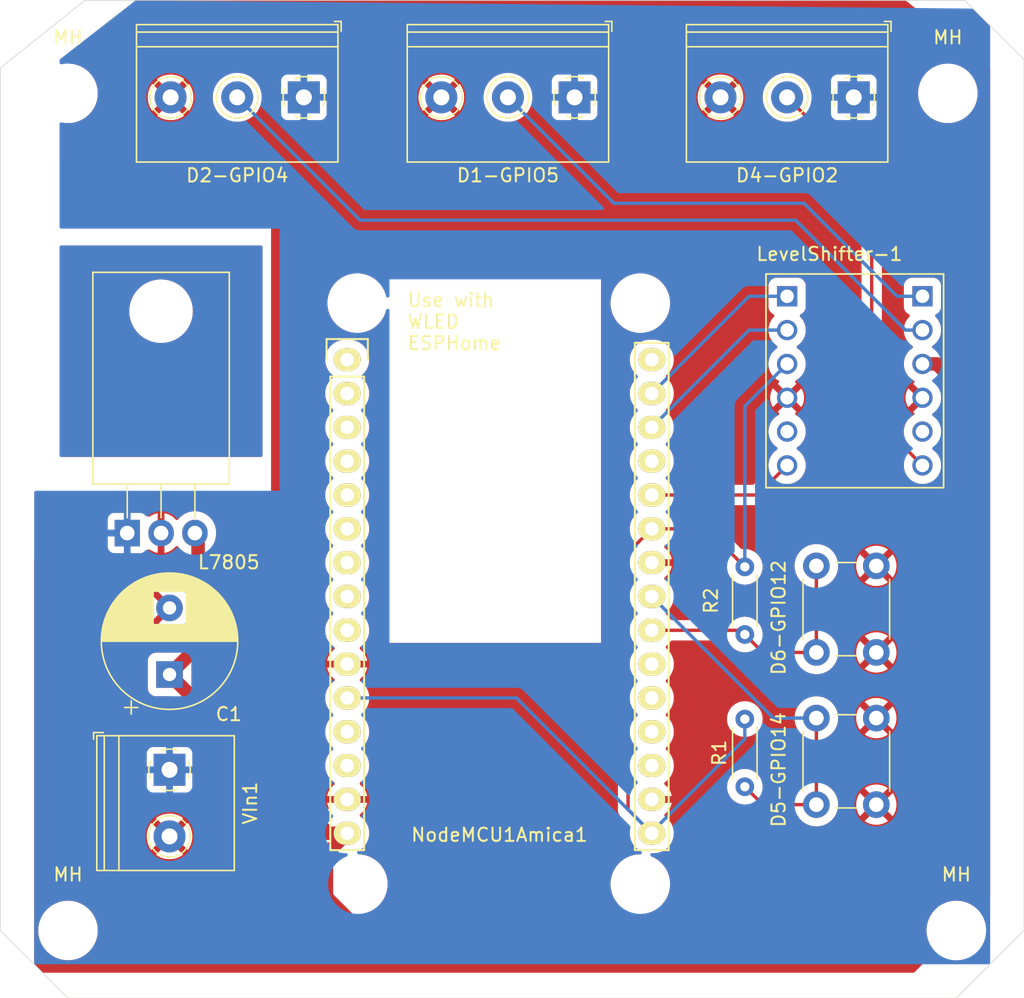
<source format=kicad_pcb>
(kicad_pcb (version 20211014) (generator pcbnew)
  (layers (0 "F.Cu" signal) (31 "B.Cu" signal) (36 "B.SilkS" user "B.Silkscreen") (37 "F.SilkS" user "F.Silkscreen") (38 "B.Mask" user) (39 "F.Mask" user) (44 "Edge.Cuts" user))
  (net 0 "")
  (net 1 "+5V")
  (net 2 "GND")
  (net 3 "Net-(D1-GPIO5-Pad2)")
  (net 4 "Net-(D4-GPIO2-Pad2)")
  (net 5 "Net-(LevelShifter-1-PadLV1)")
  (net 6 "Net-(LevelShifter-1-PadLV2)")
  (net 7 "+3V3")
  (net 8 "Net-(LevelShifter-1-PadLV4)")
  (net 9 "Net-(D2-GPIO4-Pad2)")
  (net 10 "+12V")
  (net 11 "Net-(D5-GPIO14-Pad1)")
  (net 12 "Net-(D6-GPIO12-Pad1)")
  (footprint "Resistor_THT:R_Axial_DIN0204_L3.6mm_D1.6mm_P5.08mm_Horizontal" (layer "F.Cu") (at 142.24 84.455 -90)
    (fp_text reference "R2" (at 2.54 2.54 90) (layer "F.SilkS"))
    (fp_text value "R")
    (fp_line (start 0.62 -0.92) (end 4.46 -0.92) (layer "F.SilkS") (width 0.12))
    (fp_line (start 0.62 0.92) (end 4.46 0.92) (layer "F.SilkS") (width 0.12))
    (pad "1" thru_hole circle locked (at 0 0 270) (size 1.4 1.4) (drill 0.7) (layers *.Cu *.Mask) (net 7 "+3V3"))
    (pad "2" thru_hole oval locked (at 5.08 0 270) (size 1.4 1.4) (drill 0.7) (layers *.Cu *.Mask) (net 12 "Net-(D6-GPIO12-Pad1)"))
  )
  (footprint "MountingHole:MountingHole_3.2mm_M3" (layer "F.Cu") (at 157.48 48.895)
    (fp_text reference "MH" (at 0 -4.2) (layer "F.SilkS"))
    (fp_text value "MountingHole_3.2mm_M3")
    (pad "" np_thru_hole circle locked (at 0 0) (size 3.2 3.2) (drill 3.2) (layers *.Cu *.Mask))
  )
  (footprint "Button_Switch_THT:SW_PUSH_6mm_H4.3mm" (layer "F.Cu") (at 147.61 90.88 90)
    (fp_text reference "D6-GPIO12" (at 2.615 -2.83 90) (layer "F.SilkS"))
    (fp_text value "SW_Push")
    (fp_line (start 1 5.5) (end 5.5 5.5) (layer "F.SilkS") (width 0.12))
    (fp_line (start 6.75 3) (end 6.75 1.5) (layer "F.SilkS") (width 0.12))
    (fp_line (start 5.5 -1) (end 1 -1) (layer "F.SilkS") (width 0.12))
    (fp_line (start -0.25 1.5) (end -0.25 3) (layer "F.SilkS") (width 0.12))
    (pad "1" thru_hole circle locked (at 0 0 180) (size 2 2) (drill 1.1) (layers *.Cu *.Mask) (net 12 "Net-(D6-GPIO12-Pad1)"))
    (pad "1" thru_hole circle locked (at 6.5 0 180) (size 2 2) (drill 1.1) (layers *.Cu *.Mask) (net 12 "Net-(D6-GPIO12-Pad1)"))
    (pad "2" thru_hole circle locked (at 0 4.5 180) (size 2 2) (drill 1.1) (layers *.Cu *.Mask) (net 2 "GND"))
    (pad "2" thru_hole circle locked (at 6.5 4.5 180) (size 2 2) (drill 1.1) (layers *.Cu *.Mask) (net 2 "GND"))
  )
  (footprint "MountingHole:MountingHole_3.2mm_M3" (layer "F.Cu") (at 91.44 111.76)
    (fp_text reference "MH" (at 0 -4.2) (layer "F.SilkS"))
    (fp_text value "MountingHole_3.2mm_M3")
    (pad "" np_thru_hole circle locked (at 0 0) (size 3.2 3.2) (drill 3.2) (layers *.Cu *.Mask))
  )
  (footprint "Resistor_THT:R_Axial_DIN0204_L3.6mm_D1.6mm_P5.08mm_Horizontal" (layer "F.Cu") (at 142.24 100.965 90)
    (fp_text reference "R1" (at 2.54 -1.92 90) (layer "F.SilkS"))
    (fp_text value "R")
    (fp_line (start 0.62 -0.92) (end 4.46 -0.92) (layer "F.SilkS") (width 0.12))
    (fp_line (start 0.62 0.92) (end 4.46 0.92) (layer "F.SilkS") (width 0.12))
    (pad "1" thru_hole circle locked (at 0 0 90) (size 1.4 1.4) (drill 0.7) (layers *.Cu *.Mask) (net 11 "Net-(D5-GPIO14-Pad1)"))
    (pad "2" thru_hole oval locked (at 5.08 0 90) (size 1.4 1.4) (drill 0.7) (layers *.Cu *.Mask) (net 7 "+3V3"))
  )
  (footprint "Package_TO_SOT_THT:TO-220-3_Horizontal_TabDown" (layer "F.Cu") (at 95.885 81.915)
    (fp_text reference "L7805" (at 7.62 2.2) (layer "F.SilkS"))
    (fp_text value "L7805")
    (fp_line (start 2.54 -3.69) (end 2.54 -1.15) (layer "F.SilkS") (width 0.12))
    (fp_line (start -2.58 -19.58) (end 7.66 -19.58) (layer "F.SilkS") (width 0.12))
    (fp_line (start 0 -3.69) (end 0 -1.15) (layer "F.SilkS") (width 0.12))
    (fp_line (start 7.66 -19.58) (end 7.66 -3.69) (layer "F.SilkS") (width 0.12))
    (fp_line (start -2.58 -19.58) (end -2.58 -3.69) (layer "F.SilkS") (width 0.12))
    (fp_line (start -2.58 -3.69) (end 7.66 -3.69) (layer "F.SilkS") (width 0.12))
    (fp_line (start 5.08 -3.69) (end 5.08 -1.15) (layer "F.SilkS") (width 0.12))
    (pad "" np_thru_hole oval locked (at 2.54 -16.66) (size 3.5 3.5) (drill 3.5) (layers *.Cu *.Mask))
    (pad "1" thru_hole rect locked (at 0 0) (size 1.905 2) (drill 1.1) (layers *.Cu *.Mask) (net 10 "+12V"))
    (pad "2" thru_hole oval locked (at 2.54 0) (size 1.905 2) (drill 1.1) (layers *.Cu *.Mask) (net 2 "GND"))
    (pad "3" thru_hole oval locked (at 5.08 0) (size 1.905 2) (drill 1.1) (layers *.Cu *.Mask) (net 1 "+5V"))
  )
  (footprint "TerminalBlock_Philmore:TerminalBlock_Philmore_TB133_1x03_P5.00mm_Horizontal" (layer "F.Cu") (at 150.415 49.195 180)
    (fp_text reference "D4-GPIO2" (at 5 -5.86) (layer "F.SilkS"))
    (fp_text value "Screw_Terminal_01x03")
    (fp_line (start 12.56 -4.86) (end 12.56 5.46) (layer "F.SilkS") (width 0.12))
    (fp_line (start -2.56 -4.86) (end 12.56 -4.86) (layer "F.SilkS") (width 0.12))
    (fp_line (start -2.8 5.7) (end -2.3 5.7) (layer "F.SilkS") (width 0.12))
    (fp_line (start -2.56 4.9) (end 12.56 4.9) (layer "F.SilkS") (width 0.12))
    (fp_line (start -2.56 3.8) (end 12.56 3.8) (layer "F.SilkS") (width 0.12))
    (fp_line (start -2.56 -4.86) (end -2.56 5.46) (layer "F.SilkS") (width 0.12))
    (fp_line (start -2.56 5.46) (end 12.56 5.46) (layer "F.SilkS") (width 0.12))
    (fp_line (start -2.8 4.96) (end -2.8 5.7) (layer "F.SilkS") (width 0.12))
    (fp_arc (start 1.432109 -0.607742) (mid 1.555727 0.00014) (end 1.432 0.608) (layer "F.SilkS") (width 0.12))
    (fp_arc (start -1.432109 0.607742) (mid -1.555727 -0.00014) (end -1.432 -0.608) (layer "F.SilkS") (width 0.12))
    (fp_arc (start 0.607587 1.431385) (mid 0.310017 1.523783) (end 0 1.555) (layer "F.SilkS") (width 0.12))
    (fp_arc (start 0.027011 1.555493) (mid -0.296984 1.527118) (end -0.608 1.432) (layer "F.SilkS") (width 0.12))
    (fp_arc (start -0.607742 -1.432109) (mid 0.00014 -1.555727) (end 0.608 -1.432) (layer "F.SilkS") (width 0.12))
    (fp_circle (center 5 0) (end 6.555 0) (layer "F.SilkS") (width 0.12) (fill none))
    (fp_circle (center 10 0) (end 11.555 0) (layer "F.SilkS") (width 0.12) (fill none))
    (pad "1" thru_hole rect locked (at 0 0 180) (size 2.4 2.4) (drill 1.2) (layers *.Cu *.Mask) (net 10 "+12V"))
    (pad "2" thru_hole circle locked (at 5 0 180) (size 2.4 2.4) (drill 1.2) (layers *.Cu *.Mask) (net 4 "Net-(D4-GPIO2-Pad2)"))
    (pad "3" thru_hole circle locked (at 10 0 180) (size 2.4 2.4) (drill 1.2) (layers *.Cu *.Mask) (net 2 "GND"))
  )
  (footprint "MountingHole:MountingHole_3.2mm_M3" (layer "F.Cu") (at 91.44 48.895)
    (fp_text reference "MH" (at 0 -4.2) (layer "F.SilkS"))
    (fp_text value "MountingHole_3.2mm_M3")
    (pad "" np_thru_hole circle locked (at 0 0) (size 3.2 3.2) (drill 3.2) (layers *.Cu *.Mask))
  )
  (footprint "nodemcu:NodeMCU_Amica_R2" (layer "F.Cu") (at 112.395 68.8975)
    (fp_text reference "NodeMCU1Amica1" (at 11.43 35.68) (layer "F.SilkS"))
    (fp_text value "NodeMCU_Amica_R2")
    (fp_line (start 24.13 -1.27) (end 21.59 -1.27) (layer "F.SilkS") (width 0.15))
    (fp_line (start -1.27 36.83) (end 1.27 36.83) (layer "F.SilkS") (width 0.15))
    (fp_line (start 21.59 36.83) (end 24.13 36.83) (layer "F.SilkS") (width 0.15))
    (fp_line (start 1.27 1.27) (end -1.27 1.27) (layer "F.SilkS") (width 0.15))
    (fp_line (start 21.59 -1.27) (end 21.59 36.83) (layer "F.SilkS") (width 0.15))
    (fp_line (start -1.27 1.27) (end -1.27 36.83) (layer "F.SilkS") (width 0.15))
    (fp_line (start -1.55 0) (end -1.55 -1.55) (layer "F.SilkS") (width 0.15))
    (fp_line (start 24.13 36.83) (end 24.13 -1.27) (layer "F.SilkS") (width 0.15))
    (fp_line (start 1.55 -1.55) (end 1.55 0) (layer "F.SilkS") (width 0.15))
    (fp_line (start 1.27 36.83) (end 1.27 1.27) (layer "F.SilkS") (width 0.15))
    (fp_line (start -1.55 -1.55) (end 1.55 -1.55) (layer "F.SilkS") (width 0.15))
    (pad "" np_thru_hole circle locked (at 22 39.38) (size 3.2 3.2) (drill 3.2) (layers *.Cu *.Mask))
    (pad "" np_thru_hole circle locked (at 22 -4.25) (size 3.2 3.2) (drill 3.2) (layers *.Cu *.Mask))
    (pad "" np_thru_hole circle locked (at 0.8 39.38) (size 3.2 3.2) (drill 3.2) (layers *.Cu *.Mask))
    (pad "" np_thru_hole circle locked (at 0.75 -4.25) (size 3.2 3.2) (drill 3.2) (layers *.Cu *.Mask))
    (pad "1" thru_hole oval locked (at 0 0) (size 2.032 1.7272) (drill 1.016) (layers *.Cu *.Mask "F.SilkS"))
    (pad "2" thru_hole oval locked (at 0 2.54) (size 2.032 1.7272) (drill 1.016) (layers *.Cu *.Mask "F.SilkS"))
    (pad "3" thru_hole oval locked (at 0 5.08) (size 2.032 1.7272) (drill 1.016) (layers *.Cu *.Mask "F.SilkS"))
    (pad "4" thru_hole oval locked (at 0 7.62) (size 2.032 1.7272) (drill 1.016) (layers *.Cu *.Mask "F.SilkS"))
    (pad "5" thru_hole oval locked (at 0 10.16) (size 2.032 1.7272) (drill 1.016) (layers *.Cu *.Mask "F.SilkS"))
    (pad "6" thru_hole oval locked (at 0 12.7) (size 2.032 1.7272) (drill 1.016) (layers *.Cu *.Mask "F.SilkS"))
    (pad "7" thru_hole oval locked (at 0 15.24) (size 2.032 1.7272) (drill 1.016) (layers *.Cu *.Mask "F.SilkS"))
    (pad "8" thru_hole oval locked (at 0 17.78) (size 2.032 1.7272) (drill 1.016) (layers *.Cu *.Mask "F.SilkS"))
    (pad "9" thru_hole oval locked (at 0 20.32) (size 2.032 1.7272) (drill 1.016) (layers *.Cu *.Mask "F.SilkS"))
    (pad "10" thru_hole oval locked (at 0 22.86) (size 2.032 1.7272) (drill 1.016) (layers *.Cu *.Mask "F.SilkS") (net 2 "GND"))
    (pad "11" thru_hole oval locked (at 0 25.4) (size 2.032 1.7272) (drill 1.016) (layers *.Cu *.Mask "F.SilkS") (net 7 "+3V3"))
    (pad "12" thru_hole oval locked (at 0 27.94) (size 2.032 1.7272) (drill 1.016) (layers *.Cu *.Mask "F.SilkS"))
    (pad "13" thru_hole oval locked (at 0 30.48) (size 2.032 1.7272) (drill 1.016) (layers *.Cu *.Mask "F.SilkS"))
    (pad "14" thru_hole oval locked (at 0 33.02) (size 2.032 1.7272) (drill 1.016) (layers *.Cu *.Mask "F.SilkS") (net 2 "GND"))
    (pad "15" thru_hole oval locked (at 0 35.56) (size 2.032 1.7272) (drill 1.016) (layers *.Cu *.Mask "F.SilkS") (net 1 "+5V"))
    (pad "16" thru_hole oval locked (at 22.86 35.56) (size 2.032 1.7272) (drill 1.016) (layers *.Cu *.Mask "F.SilkS") (net 7 "+3V3"))
    (pad "17" thru_hole oval locked (at 22.86 33.02) (size 2.032 1.7272) (drill 1.016) (layers *.Cu *.Mask "F.SilkS") (net 2 "GND"))
    (pad "18" thru_hole oval locked (at 22.86 30.48) (size 2.032 1.7272) (drill 1.016) (layers *.Cu *.Mask "F.SilkS"))
    (pad "19" thru_hole oval locked (at 22.86 27.94) (size 2.032 1.7272) (drill 1.016) (layers *.Cu *.Mask "F.SilkS"))
    (pad "20" thru_hole oval locked (at 22.86 25.4) (size 2.032 1.7272) (drill 1.016) (layers *.Cu *.Mask "F.SilkS"))
    (pad "21" thru_hole oval locked (at 22.86 22.86) (size 2.032 1.7272) (drill 1.016) (layers *.Cu *.Mask "F.SilkS"))
    (pad "22" thru_hole oval locked (at 22.86 20.32) (size 2.032 1.7272) (drill 1.016) (layers *.Cu *.Mask "F.SilkS") (net 12 "Net-(D6-GPIO12-Pad1)"))
    (pad "23" thru_hole oval locked (at 22.86 17.78) (size 2.032 1.7272) (drill 1.016) (layers *.Cu *.Mask "F.SilkS") (net 11 "Net-(D5-GPIO14-Pad1)"))
    (pad "24" thru_hole oval locked (at 22.86 15.24) (size 2.032 1.7272) (drill 1.016) (layers *.Cu *.Mask "F.SilkS") (net 2 "GND"))
    (pad "25" thru_hole oval locked (at 22.86 12.7) (size 2.032 1.7272) (drill 1.016) (layers *.Cu *.Mask "F.SilkS") (net 7 "+3V3"))
    (pad "26" thru_hole oval locked (at 22.86 10.16) (size 2.032 1.7272) (drill 1.016) (layers *.Cu *.Mask "F.SilkS") (net 8 "Net-(LevelShifter-1-PadLV4)"))
    (pad "27" thru_hole oval locked (at 22.86 7.62) (size 2.032 1.7272) (drill 1.016) (layers *.Cu *.Mask "F.SilkS"))
    (pad "28" thru_hole oval locked (at 22.86 5.08) (size 2.032 1.7272) (drill 1.016) (layers *.Cu *.Mask "F.SilkS") (net 6 "Net-(LevelShifter-1-PadLV2)"))
    (pad "29" thru_hole oval locked (at 22.86 2.54) (size 2.032 1.7272) (drill 1.016) (layers *.Cu *.Mask "F.SilkS") (net 5 "Net-(LevelShifter-1-PadLV1)"))
    (pad "30" thru_hole oval locked (at 22.86 0) (size 2.032 1.7272) (drill 1.016) (layers *.Cu *.Mask "F.SilkS"))
  )
  (footprint "Button_Switch_THT:SW_PUSH_6mm_H4.3mm" (layer "F.Cu") (at 147.61 102.31 90)
    (fp_text reference "D5-GPIO14" (at 2.615 -2.83 90) (layer "F.SilkS"))
    (fp_text value "SW_Push")
    (fp_line (start 5.5 -1) (end 1 -1) (layer "F.SilkS") (width 0.12))
    (fp_line (start -0.25 1.5) (end -0.25 3) (layer "F.SilkS") (width 0.12))
    (fp_line (start 1 5.5) (end 5.5 5.5) (layer "F.SilkS") (width 0.12))
    (fp_line (start 6.75 3) (end 6.75 1.5) (layer "F.SilkS") (width 0.12))
    (pad "1" thru_hole circle locked (at 0 0 180) (size 2 2) (drill 1.1) (layers *.Cu *.Mask) (net 11 "Net-(D5-GPIO14-Pad1)"))
    (pad "1" thru_hole circle locked (at 6.5 0 180) (size 2 2) (drill 1.1) (layers *.Cu *.Mask) (net 11 "Net-(D5-GPIO14-Pad1)"))
    (pad "2" thru_hole circle locked (at 6.5 4.5 180) (size 2 2) (drill 1.1) (layers *.Cu *.Mask) (net 2 "GND"))
    (pad "2" thru_hole circle locked (at 0 4.5 180) (size 2 2) (drill 1.1) (layers *.Cu *.Mask) (net 2 "GND"))
  )
  (footprint "level:CONV_BOB-12009" (layer "F.Cu") (at 150.495 70.485)
    (fp_text reference "LevelShifter-1" (at -1.905 -9.525) (layer "F.SilkS"))
    (fp_text value "BOB-12009")
    (fp_line (start -6.665 8.025) (end -6.665 -8.025) (layer "F.SilkS") (width 0.127))
    (fp_line (start -6.665 -8.025) (end 6.665 -8.025) (layer "F.SilkS") (width 0.127))
    (fp_line (start 6.665 -8.025) (end 6.665 8.025) (layer "F.SilkS") (width 0.127))
    (fp_line (start 6.665 8.025) (end -6.665 8.025) (layer "F.SilkS") (width 0.127))
    (pad "GND_1" thru_hole circle locked (at 5.08 1.27) (size 1.524 1.524) (drill 1.016) (layers *.Cu *.Mask) (net 2 "GND"))
    (pad "GND_2" thru_hole circle locked (at -5.08 1.27) (size 1.524 1.524) (drill 1.016) (layers *.Cu *.Mask) (net 2 "GND"))
    (pad "HV" thru_hole circle locked (at 5.08 -1.27) (size 1.524 1.524) (drill 1.016) (layers *.Cu *.Mask) (net 1 "+5V"))
    (pad "HV1" thru_hole rect locked (at 5.08 -6.35) (size 1.524 1.524) (drill 1.016) (layers *.Cu *.Mask) (net 3 "Net-(D1-GPIO5-Pad2)"))
    (pad "HV2" thru_hole circle locked (at 5.08 -3.81) (size 1.524 1.524) (drill 1.016) (layers *.Cu *.Mask) (net 9 "Net-(D2-GPIO4-Pad2)"))
    (pad "HV3" thru_hole circle locked (at 5.08 3.81) (size 1.524 1.524) (drill 1.016) (layers *.Cu *.Mask))
    (pad "HV4" thru_hole circle locked (at 5.08 6.35) (size 1.524 1.524) (drill 1.016) (layers *.Cu *.Mask) (net 4 "Net-(D4-GPIO2-Pad2)"))
    (pad "LV" thru_hole circle locked (at -5.08 -1.27) (size 1.524 1.524) (drill 1.016) (layers *.Cu *.Mask) (net 7 "+3V3"))
    (pad "LV1" thru_hole rect locked (at -5.08 -6.35) (size 1.524 1.524) (drill 1.016) (layers *.Cu *.Mask) (net 5 "Net-(LevelShifter-1-PadLV1)"))
    (pad "LV2" thru_hole circle locked (at -5.08 -3.81) (size 1.524 1.524) (drill 1.016) (layers *.Cu *.Mask) (net 6 "Net-(LevelShifter-1-PadLV2)"))
    (pad "LV3" thru_hole circle locked (at -5.08 3.81) (size 1.524 1.524) (drill 1.016) (layers *.Cu *.Mask))
    (pad "LV4" thru_hole circle locked (at -5.08 6.35) (size 1.524 1.524) (drill 1.016) (layers *.Cu *.Mask) (net 8 "Net-(LevelShifter-1-PadLV4)"))
  )
  (footprint "Capacitor_THT:CP_Radial_D10.0mm_P5.00mm" (layer "F.Cu") (at 99.06 92.537677 90)
    (fp_text reference "C1" (at -2.979646 4.445) (layer "F.SilkS"))
    (fp_text value "C")
    (fp_line (start 3.621 -4.956) (end 3.621 4.956) (layer "F.SilkS") (width 0.12))
    (fp_line (start 4.261 1.241) (end 4.261 4.768) (layer "F.SilkS") (width 0.12))
    (fp_line (start 7.221 -1.944) (end 7.221 1.944) (layer "F.SilkS") (width 0.12))
    (fp_line (start 2.9 -5.065) (end 2.9 5.065) (layer "F.SilkS") (width 0.12))
    (fp_line (start 5.021 1.241) (end 5.021 4.417) (layer "F.SilkS") (width 0.12))
    (fp_line (start 7.581 -0.599) (end 7.581 0.599) (layer "F.SilkS") (width 0.12))
    (fp_line (start 6.581 -3.054) (end 6.581 3.054) (layer "F.SilkS") (width 0.12))
    (fp_line (start 4.741 -4.564) (end 4.741 -1.241) (layer "F.SilkS") (width 0.12))
    (fp_line (start 5.101 -4.371) (end 5.101 -1.241) (layer "F.SilkS") (width 0.12))
    (fp_line (start 5.781 1.241) (end 5.781 3.892) (layer "F.SilkS") (width 0.12))
    (fp_line (start 4.941 1.241) (end 4.941 4.462) (layer "F.SilkS") (width 0.12))
    (fp_line (start 5.381 -4.194) (end 5.381 -1.241) (layer "F.SilkS") (width 0.12))
    (fp_line (start 7.541 -0.862) (end 7.541 0.862) (layer "F.SilkS") (width 0.12))
    (fp_line (start 4.181 1.241) (end 4.181 4.797) (layer "F.SilkS") (width 0.12))
    (fp_line (start 4.901 -4.483) (end 4.901 -1.241) (layer "F.SilkS") (width 0.12))
    (fp_line (start 5.421 -4.166) (end 5.421 -1.241) (layer "F.SilkS") (width 0.12))
    (fp_line (start 5.941 1.241) (end 5.941 3.753) (layer "F.SilkS") (width 0.12))
    (fp_line (start 5.821 -3.858) (end 5.821 -1.241) (layer "F.SilkS") (width 0.12))
    (fp_line (start 5.781 -3.892) (end 5.781 -1.241) (layer "F.SilkS") (width 0.12))
    (fp_line (start 6.421 -3.254) (end 6.421 3.254) (layer "F.SilkS") (width 0.12))
    (fp_line (start 4.621 1.241) (end 4.621 4.621) (layer "F.SilkS") (width 0.12))
    (fp_line (start 4.381 -4.723) (end 4.381 -1.241) (layer "F.SilkS") (width 0.12))
    (fp_line (start 6.101 1.241) (end 6.101 3.601) (layer "F.SilkS") (width 0.12))
    (fp_line (start 3.261 -5.024) (end 3.261 5.024) (layer "F.SilkS") (width 0.12))
    (fp_line (start 4.621 -4.621) (end 4.621 -1.241) (layer "F.SilkS") (width 0.12))
    (fp_line (start 4.661 1.241) (end 4.661 4.603) (layer "F.SilkS") (width 0.12))
    (fp_line (start 2.82 -5.07) (end 2.82 5.07) (layer "F.SilkS") (width 0.12))
    (fp_line (start 7.101 -2.209) (end 7.101 2.209) (layer "F.SilkS") (width 0.12))
    (fp_line (start 6.461 -3.206) (end 6.461 3.206) (layer "F.SilkS") (width 0.12))
    (fp_line (start 7.181 -2.037) (end 7.181 2.037) (layer "F.SilkS") (width 0.12))
    (fp_line (start 4.101 -4.824) (end 4.101 -1.241) (layer "F.SilkS") (width 0.12))
    (fp_line (start 6.861 -2.645) (end 6.861 2.645) (layer "F.SilkS") (width 0.12))
    (fp_line (start 4.461 -4.69) (end 4.461 -1.241) (layer "F.SilkS") (width 0.12))
    (fp_line (start 5.261 -4.273) (end 5.261 -1.241) (layer "F.SilkS") (width 0.12))
    (fp_line (start 6.981 -2.439) (end 6.981 2.439) (layer "F.SilkS") (width 0.12))
    (fp_line (start 4.421 -4.707) (end 4.421 -1.241) (layer "F.SilkS") (width 0.12))
    (fp_line (start 6.621 -3) (end 6.621 3) (layer "F.SilkS") (width 0.12))
    (fp_line (start 4.101 1.241) (end 4.101 4.824) (layer "F.SilkS") (width 0.12))
    (fp_line (start 2.78 -5.073) (end 2.78 5.073) (layer "F.SilkS") (width 0.12))
    (fp_line (start 6.061 -3.64) (end 6.061 -1.241) (layer "F.SilkS") (width 0.12))
    (fp_line (start 3.221 -5.03) (end 3.221 5.03) (layer "F.SilkS") (width 0.12))
    (fp_line (start 4.981 1.241) (end 4.981 4.44) (layer "F.SilkS") (width 0.12))
    (fp_line (start 4.221 1.241) (end 4.221 4.783) (layer "F.SilkS") (width 0.12))
    (fp_line (start 3.901 1.241) (end 3.901 4.885) (layer "F.SilkS") (width 0.12))
    (fp_line (start 4.901 1.241) (end 4.901 4.483) (layer "F.SilkS") (width 0.12))
    (fp_line (start 3.941 -4.874) (end 3.941 -1.241) (layer "F.SilkS") (width 0.12))
    (fp_line (start 3.741 -4.928) (end 3.741 4.928) (layer "F.SilkS") (width 0.12))
    (fp_line (start 5.181 1.241) (end 5.181 4.323) (layer "F.SilkS") (width 0.12))
    (fp_line (start 5.181 -4.323) (end 5.181 -1.241) (layer "F.SilkS") (width 0.12))
    (fp_line (start 5.741 1.241) (end 5.741 3.925) (layer "F.SilkS") (width 0.12))
    (fp_line (start 6.941 -2.51) (end 6.941 2.51) (layer "F.SilkS") (width 0.12))
    (fp_line (start 7.501 -1.062) (end 7.501 1.062) (layer "F.SilkS") (width 0.12))
    (fp_line (start 4.501 -4.674) (end 4.501 -1.241) (layer "F.SilkS") (width 0.12))
    (fp_line (start 6.021 1.241) (end 6.021 3.679) (layer "F.SilkS") (width 0.12))
    (fp_line (start 5.141 -4.347) (end 5.141 -1.241) (layer "F.SilkS") (width 0.12))
    (fp_line (start 3.981 -4.862) (end 3.981 -1.241) (layer "F.SilkS") (width 0.12))
    (fp_line (start 4.381 1.241) (end 4.381 4.723) (layer "F.SilkS") (width 0.12))
    (fp_line (start 5.861 -3.824) (end 5.861 -1.241) (layer "F.SilkS") (width 0.12))
    (fp_line (start 4.541 1.241) (end 4.541 4.657) (layer "F.SilkS") (width 0.12))
    (fp_line (start 5.581 -4.05) (end 5.581 -1.241) (layer "F.SilkS") (width 0.12))
    (fp_line (start 5.421 1.241) (end 5.421 4.166) (layer "F.SilkS") (width 0.12))
    (fp_line (start 6.901 -2.579) (end 6.901 2.579) (layer "F.SilkS") (width 0.12))
    (fp_line (start 7.381 -1.51) (end 7.381 1.51) (layer "F.SilkS") (width 0.12))
    (fp_line (start 3.901 -4.885) (end 3.901 -1.241) (layer "F.SilkS") (width 0.12))
    (fp_line (start -2.979646 -2.875) (end -1.979646 -2.875) (layer "F.SilkS") (width 0.12))
    (fp_line (start 6.061 1.241) (end 6.061 3.64) (layer "F.SilkS") (width 0.12))
    (fp_line (start 3.781 -4.918) (end 3.781 -1.241) (layer "F.SilkS") (width 0.12))
    (fp_line (start 4.741 1.241) (end 4.741 4.564) (layer "F.SilkS") (width 0.12))
    (fp_line (start 5.221 -4.298) (end 5.221 -1.241) (layer "F.SilkS") (width 0.12))
    (fp_line (start 2.66 -5.078) (end 2.66 5.078) (layer "F.SilkS") (width 0.12))
    (fp_line (start 3.14 -5.04) (end 3.14 5.04) (layer "F.SilkS") (width 0.12))
    (fp_line (start 5.901 1.241) (end 5.901 3.789) (layer "F.SilkS") (width 0.12))
    (fp_line (start 6.501 -3.156) (end 6.501 3.156) (layer "F.SilkS") (width 0.12))
    (fp_line (start 4.941 -4.462) (end 4.941 -1.241) (layer "F.SilkS") (width 0.12))
    (fp_line (start 5.061 1.241) (end 5.061 4.395) (layer "F.SilkS") (width 0.12))
    (fp_line (start 4.581 -4.639) (end 4.581 -1.241) (layer "F.SilkS") (width 0.12))
    (fp_line (start 5.341 -4.221) (end 5.341 -1.241) (layer "F.SilkS") (width 0.12))
    (fp_line (start 5.981 1.241) (end 5.981 3.716) (layer "F.SilkS") (width 0.12))
    (fp_line (start 3.981 1.241) (end 3.981 4.862) (layer "F.SilkS") (width 0.12))
    (fp_line (start 4.541 -4.657) (end 4.541 -1.241) (layer "F.SilkS") (width 0.12))
    (fp_line (start 3.18 -5.035) (end 3.18 5.035) (layer "F.SilkS") (width 0.12))
    (fp_line (start 3.02 -5.054) (end 3.02 5.054) (layer "F.SilkS") (width 0.12))
    (fp_line (start 5.061 -4.395) (end 5.061 -1.241) (layer "F.SilkS") (width 0.12))
    (fp_line (start -2.479646 -3.375) (end -2.479646 -2.375) (layer "F.SilkS") (width 0.12))
    (fp_line (start 6.381 -3.301) (end 6.381 3.301) (layer "F.SilkS") (width 0.12))
    (fp_line (start 5.501 -4.11) (end 5.501 -1.241) (layer "F.SilkS") (width 0.12))
    (fp_line (start 2.54 -5.08) (end 2.54 5.08) (layer "F.SilkS") (width 0.12))
    (fp_line (start 3.541 -4.974) (end 3.541 4.974) (layer "F.SilkS") (width 0.12))
    (fp_line (start 2.74 -5.075) (end 2.74 5.075) (layer "F.SilkS") (width 0.12))
    (fp_line (start 4.141 1.241) (end 4.141 4.811) (layer "F.SilkS") (width 0.12))
    (fp_line (start 5.341 1.241) (end 5.341 4.221) (layer "F.SilkS") (width 0.12))
    (fp_line (start 6.141 1.241) (end 6.141 3.561) (layer "F.SilkS") (width 0.12))
    (fp_line (start 3.821 1.241) (end 3.821 4.907) (layer "F.SilkS") (width 0.12))
    (fp_line (start 5.861 1.241) (end 5.861 3.824) (layer "F.SilkS") (width 0.12))
    (fp_line (start 6.261 -3.436) (end 6.261 3.436) (layer "F.SilkS") (width 0.12))
    (fp_line (start 4.021 -4.85) (end 4.021 -1.241) (layer "F.SilkS") (width 0.12))
    (fp_line (start 4.461 1.241) (end 4.461 4.69) (layer "F.SilkS") (width 0.12))
    (fp_line (start 4.301 1.241) (end 4.301 4.754) (layer "F.SilkS") (width 0.12))
    (fp_line (start 4.861 -4.504) (end 4.861 -1.241) (layer "F.SilkS") (width 0.12))
    (fp_line (start 6.781 -2.77) (end 6.781 2.77) (layer "F.SilkS") (width 0.12))
    (fp_line (start 4.701 -4.584) (end 4.701 -1.241) (layer "F.SilkS") (width 0.12))
    (fp_line (start 3.701 -4.938) (end 3.701 4.938) (layer "F.SilkS") (width 0.12))
    (fp_line (start 5.021 -4.417) (end 5.021 -1.241) (layer "F.SilkS") (width 0.12))
    (fp_line (start 6.181 -3.52) (end 6.181 -1.241) (layer "F.SilkS") (width 0.12))
    (fp_line (start 6.181 1.241) (end 6.181 3.52) (layer "F.SilkS") (width 0.12))
    (fp_line (start 5.501 1.241) (end 5.501 4.11) (layer "F.SilkS") (width 0.12))
    (fp_line (start 7.021 -2.365) (end 7.021 2.365) (layer "F.SilkS") (width 0.12))
    (fp_line (start 3.301 -5.018) (end 3.301 5.018) (layer "F.SilkS") (width 0.12))
    (fp_line (start 5.381 1.241) (end 5.381 4.194) (layer "F.SilkS") (width 0.12))
    (fp_line (start 5.301 -4.247) (end 5.301 -1.241) (layer "F.SilkS") (width 0.12))
    (fp_line (start 2.98 -5.058) (end 2.98 5.058) (layer "F.SilkS") (width 0.12))
    (fp_line (start 5.461 1.241) (end 5.461 4.138) (layer "F.SilkS") (width 0.12))
    (fp_line (start 4.821 -4.525) (end 4.821 -1.241) (layer "F.SilkS") (width 0.12))
    (fp_line (start 5.541 1.241) (end 5.541 4.08) (layer "F.SilkS") (width 0.12))
    (fp_line (start 4.581 1.241) (end 4.581 4.639) (layer "F.SilkS") (width 0.12))
    (fp_line (start 4.181 -4.797) (end 4.181 -1.241) (layer "F.SilkS") (width 0.12))
    (fp_line (start 4.821 1.241) (end 4.821 4.525) (layer "F.SilkS") (width 0.12))
    (fp_line (start 3.781 1.241) (end 3.781 4.918) (layer "F.SilkS") (width 0.12))
    (fp_line (start 2.86 -5.068) (end 2.86 5.068) (layer "F.SilkS") (width 0.12))
    (fp_line (start 3.821 -4.907) (end 3.821 -1.241) (layer "F.SilkS") (width 0.12))
    (fp_line (start 7.061 -2.289) (end 7.061 2.289) (layer "F.SilkS") (width 0.12))
    (fp_line (start 2.5 -5.08) (end 2.5 5.08) (layer "F.SilkS") (width 0.12))
    (fp_line (start 5.621 1.241) (end 5.621 4.02) (layer "F.SilkS") (width 0.12))
    (fp_line (start 3.461 -4.99) (end 3.461 4.99) (layer "F.SilkS") (width 0.12))
    (fp_line (start 2.94 -5.062) (end 2.94 5.062) (layer "F.SilkS") (width 0.12))
    (fp_line (start 3.941 1.241) (end 3.941 4.874) (layer "F.SilkS") (width 0.12))
    (fp_line (start 5.581 1.241) (end 5.581 4.05) (layer "F.SilkS") (width 0.12))
    (fp_line (start 4.141 -4.811) (end 4.141 -1.241) (layer "F.SilkS") (width 0.12))
    (fp_line (start 3.581 -4.965) (end 3.581 4.965) (layer "F.SilkS") (width 0.12))
    (fp_line (start 5.261 1.241) (end 5.261 4.273) (layer "F.SilkS") (width 0.12))
    (fp_line (start 6.301 -3.392) (end 6.301 3.392) (layer "F.SilkS") (width 0.12))
    (fp_line (start 5.821 1.241) (end 5.821 3.858) (layer "F.SilkS") (width 0.12))
    (fp_line (start 5.701 1.241) (end 5.701 3.957) (layer "F.SilkS") (width 0.12))
    (fp_line (start 4.861 1.241) (end 4.861 4.504) (layer "F.SilkS") (width 0.12))
    (fp_line (start 2.62 -5.079) (end 2.62 5.079) (layer "F.SilkS") (width 0.12))
    (fp_line (start 4.781 1.241) (end 4.781 4.545) (layer "F.SilkS") (width 0.12))
    (fp_line (start 3.381 -5.004) (end 3.381 5.004) (layer "F.SilkS") (width 0.12))
    (fp_line (start 6.701 -2.889) (end 6.701 2.889) (layer "F.SilkS") (width 0.12))
    (fp_line (start 6.661 -2.945) (end 6.661 2.945) (layer "F.SilkS") (width 0.12))
    (fp_line (start 2.7 -5.077) (end 2.7 5.077) (layer "F.SilkS") (width 0.12))
    (fp_line (start 3.661 -4.947) (end 3.661 4.947) (layer "F.SilkS") (width 0.12))
    (fp_line (start 4.781 -4.545) (end 4.781 -1.241) (layer "F.SilkS") (width 0.12))
    (fp_line (start 5.741 -3.925) (end 5.741 -1.241) (layer "F.SilkS") (width 0.12))
    (fp_line (start 3.341 -5.011) (end 3.341 5.011) (layer "F.SilkS") (width 0.12))
    (fp_line (start 4.341 -4.738) (end 4.341 -1.241) (layer "F.SilkS") (width 0.12))
    (fp_line (start 4.501 1.241) (end 4.501 4.674) (layer "F.SilkS") (width 0.12))
    (fp_line (start 7.261 -1.846) (end 7.261 1.846) (layer "F.SilkS") (width 0.12))
    (fp_line (start 5.541 -4.08) (end 5.541 -1.241) (layer "F.SilkS") (width 0.12))
    (fp_line (start 7.421 -1.378) (end 7.421 1.378) (layer "F.SilkS") (width 0.12))
    (fp_line (start 5.701 -3.957) (end 5.701 -1.241) (layer "F.SilkS") (width 0.12))
    (fp_line (start 4.301 -4.754) (end 4.301 -1.241) (layer "F.SilkS") (width 0.12))
    (fp_line (start 6.021 -3.679) (end 6.021 -1.241) (layer "F.SilkS") (width 0.12))
    (fp_line (start 3.861 -4.897) (end 3.861 -1.241) (layer "F.SilkS") (width 0.12))
    (fp_line (start 4.661 -4.603) (end 4.661 -1.241) (layer "F.SilkS") (width 0.12))
    (fp_line (start 3.421 -4.997) (end 3.421 4.997) (layer "F.SilkS") (width 0.12))
    (fp_line (start 6.141 -3.561) (end 6.141 -1.241) (layer "F.SilkS") (width 0.12))
    (fp_line (start 3.1 -5.045) (end 3.1 5.045) (layer "F.SilkS") (width 0.12))
    (fp_line (start 6.341 -3.347) (end 6.341 3.347) (layer "F.SilkS") (width 0.12))
    (fp_line (start 5.981 -3.716) (end 5.981 -1.241) (layer "F.SilkS") (width 0.12))
    (fp_line (start 5.101 1.241) (end 5.101 4.371) (layer "F.SilkS") (width 0.12))
    (fp_line (start 5.301 1.241) (end 5.301 4.247) (layer "F.SilkS") (width 0.12))
    (fp_line (start 4.221 -4.783) (end 4.221 -1.241) (layer "F.SilkS") (width 0.12))
    (fp_line (start 5.661 1.241) (end 5.661 3.989) (layer "F.SilkS") (width 0.12))
    (fp_line (start 4.421 1.241) (end 4.421 4.707) (layer "F.SilkS") (width 0.12))
    (fp_line (start 4.341 1.241) (end 4.341 4.738) (layer "F.SilkS") (width 0.12))
    (fp_line (start 6.101 -3.601) (end 6.101 -1.241) (layer "F.SilkS") (width 0.12))
    (fp_line (start 7.141 -2.125) (end 7.141 2.125) (layer "F.SilkS") (width 0.12))
    (fp_line (start 6.821 -2.709) (end 6.821 2.709) (layer "F.SilkS") (width 0.12))
    (fp_line (start 4.981 -4.44) (end 4.981 -1.241) (layer "F.SilkS") (width 0.12))
    (fp_line (start 2.58 -5.08) (end 2.58 5.08) (layer "F.SilkS") (width 0.12))
    (fp_line (start 5.901 -3.789) (end 5.901 -1.241) (layer "F.SilkS") (width 0.12))
    (fp_line (start 6.221 -3.478) (end 6.221 -1.241) (layer "F.SilkS") (width 0.12))
    (fp_line (start 3.06 -5.05) (end 3.06 5.05) (layer "F.SilkS") (width 0.12))
    (fp_line (start 5.661 -3.989) (end 5.661 -1.241) (layer "F.SilkS") (width 0.12))
    (fp_line (start 4.021 1.241) (end 4.021 4.85) (layer "F.SilkS") (width 0.12))
    (fp_line (start 5.141 1.241) (end 5.141 4.347) (layer "F.SilkS") (width 0.12))
    (fp_line (start 6.741 -2.83) (end 6.741 2.83) (layer "F.SilkS") (width 0.12))
    (fp_line (start 7.461 -1.23) (end 7.461 1.23) (layer "F.SilkS") (width 0.12))
    (fp_line (start 6.221 1.241) (end 6.221 3.478) (layer "F.SilkS") (width 0.12))
    (fp_line (start 3.501 -4.982) (end 3.501 4.982) (layer "F.SilkS") (width 0.12))
    (fp_line (start 3.861 1.241) (end 3.861 4.897) (layer "F.SilkS") (width 0.12))
    (fp_line (start 4.061 -4.837) (end 4.061 -1.241) (layer "F.SilkS") (width 0.12))
    (fp_line (start 5.621 -4.02) (end 5.621 -1.241) (layer "F.SilkS") (width 0.12))
    (fp_line (start 5.941 -3.753) (end 5.941 -1.241) (layer "F.SilkS") (width 0.12))
    (fp_line (start 4.061 1.241) (end 4.061 4.837) (layer "F.SilkS") (width 0.12))
    (fp_line (start 7.301 -1.742) (end 7.301 1.742) (layer "F.SilkS") (width 0.12))
    (fp_line (start 4.261 -4.768) (end 4.261 -1.241) (layer "F.SilkS") (width 0.12))
    (fp_line (start 5.221 1.241) (end 5.221 4.298) (layer "F.SilkS") (width 0.12))
    (fp_line (start 5.461 -4.138) (end 5.461 -1.241) (layer "F.SilkS") (width 0.12))
    (fp_line (start 4.701 1.241) (end 4.701 4.584) (layer "F.SilkS") (width 0.12))
    (fp_line (start 7.341 -1.63) (end 7.341 1.63) (layer "F.SilkS") (width 0.12))
    (fp_line (start 6.541 -3.106) (end 6.541 3.106) (layer "F.SilkS") (width 0.12))
    (fp_circle (center 2.5 0) (end 7.62 0) (layer "F.SilkS") (width 0.12) (fill none))
    (pad "1" thru_hole rect locked (at 0 0 90) (size 2 2) (drill 1) (layers *.Cu *.Mask) (net 1 "+5V"))
    (pad "2" thru_hole circle locked (at 5 0 90) (size 2 2) (drill 1) (layers *.Cu *.Mask) (net 2 "GND"))
  )
  (footprint "MountingHole:MountingHole_3.2mm_M3" (layer "F.Cu") (at 158.115 111.76)
    (fp_text reference "MH" (at 0 -4.2) (layer "F.SilkS"))
    (fp_text value "MountingHole_3.2mm_M3")
    (pad "" np_thru_hole circle locked (at 0 0) (size 3.2 3.2) (drill 3.2) (layers *.Cu *.Mask))
  )
  (footprint "TerminalBlock_Philmore:TerminalBlock_Philmore_TB132_1x02_P5.00mm_Horizontal" (layer "F.Cu") (at 99.06 99.695 -90)
    (fp_text reference "VIn1" (at 2.5 -6.05 90) (layer "F.SilkS"))
    (fp_text value "Screw_Terminal_01x02")
    (fp_line (start -2.56 5.46) (end 7.56 5.46) (layer "F.SilkS") (width 0.12))
    (fp_line (start -2.56 3.8) (end 7.56 3.8) (layer "F.SilkS") (width 0.12))
    (fp_line (start -2.56 -4.86) (end 7.56 -4.86) (layer "F.SilkS") (width 0.12))
    (fp_line (start 7.56 -4.86) (end 7.56 5.46) (layer "F.SilkS") (width 0.12))
    (fp_line (start -2.56 -4.86) (end -2.56 5.46) (layer "F.SilkS") (width 0.12))
    (fp_line (start -2.8 4.96) (end -2.8 5.7) (layer "F.SilkS") (width 0.12))
    (fp_line (start -2.8 5.7) (end -2.3 5.7) (layer "F.SilkS") (width 0.12))
    (fp_line (start -2.56 4.9) (end 7.56 4.9) (layer "F.SilkS") (width 0.12))
    (fp_arc (start -0.607742 -1.432109) (mid 0.00014 -1.555727) (end 0.608 -1.432) (layer "F.SilkS") (width 0.12))
    (fp_arc (start 1.432109 -0.607742) (mid 1.555727 0.00014) (end 1.432 0.608) (layer "F.SilkS") (width 0.12))
    (fp_arc (start 0.607587 1.431385) (mid 0.310017 1.523783) (end 0 1.555) (layer "F.SilkS") (width 0.12))
    (fp_arc (start -1.432109 0.607742) (mid -1.555727 -0.00014) (end -1.432 -0.608) (layer "F.SilkS") (width 0.12))
    (fp_arc (start 0.027011 1.555493) (mid -0.296984 1.527118) (end -0.608 1.432) (layer "F.SilkS") (width 0.12))
    (fp_circle (center 5 0) (end 6.555 0) (layer "F.SilkS") (width 0.12) (fill none))
    (pad "1" thru_hole rect locked (at 0 0 270) (size 2.4 2.4) (drill 1.2) (layers *.Cu *.Mask) (net 10 "+12V"))
    (pad "2" thru_hole circle locked (at 5 0 270) (size 2.4 2.4) (drill 1.2) (layers *.Cu *.Mask) (net 2 "GND"))
  )
  (footprint "TerminalBlock_Philmore:TerminalBlock_Philmore_TB133_1x03_P5.00mm_Horizontal" (layer "F.Cu") (at 129.46 49.195 180)
    (fp_text reference "D1-GPIO5" (at 5 -5.86) (layer "F.SilkS"))
    (fp_text value "Screw_Terminal_01x03")
    (fp_line (start -2.8 5.7) (end -2.3 5.7) (layer "F.SilkS") (width 0.12))
    (fp_line (start 12.56 -4.86) (end 12.56 5.46) (layer "F.SilkS") (width 0.12))
    (fp_line (start -2.56 -4.86) (end 12.56 -4.86) (layer "F.SilkS") (width 0.12))
    (fp_line (start -2.56 5.46) (end 12.56 5.46) (layer "F.SilkS") (width 0.12))
    (fp_line (start -2.56 3.8) (end 12.56 3.8) (layer "F.SilkS") (width 0.12))
    (fp_line (start -2.56 4.9) (end 12.56 4.9) (layer "F.SilkS") (width 0.12))
    (fp_line (start -2.56 -4.86) (end -2.56 5.46) (layer "F.SilkS") (width 0.12))
    (fp_line (start -2.8 4.96) (end -2.8 5.7) (layer "F.SilkS") (width 0.12))
    (fp_arc (start -1.432109 0.607742) (mid -1.555727 -0.00014) (end -1.432 -0.608) (layer "F.SilkS") (width 0.12))
    (fp_arc (start -0.607742 -1.432109) (mid 0.00014 -1.555727) (end 0.608 -1.432) (layer "F.SilkS") (width 0.12))
    (fp_arc (start 0.027011 1.555493) (mid -0.296984 1.527118) (end -0.608 1.432) (layer "F.SilkS") (width 0.12))
    (fp_arc (start 0.607587 1.431385) (mid 0.310017 1.523783) (end 0 1.555) (layer "F.SilkS") (width 0.12))
    (fp_arc (start 1.432109 -0.607742) (mid 1.555727 0.00014) (end 1.432 0.608) (layer "F.SilkS") (width 0.12))
    (fp_circle (center 5 0) (end 6.555 0) (layer "F.SilkS") (width 0.12) (fill none))
    (fp_circle (center 10 0) (end 11.555 0) (layer "F.SilkS") (width 0.12) (fill none))
    (pad "1" thru_hole rect locked (at 0 0 180) (size 2.4 2.4) (drill 1.2) (layers *.Cu *.Mask) (net 10 "+12V"))
    (pad "2" thru_hole circle locked (at 5 0 180) (size 2.4 2.4) (drill 1.2) (layers *.Cu *.Mask) (net 3 "Net-(D1-GPIO5-Pad2)"))
    (pad "3" thru_hole circle locked (at 10 0 180) (size 2.4 2.4) (drill 1.2) (layers *.Cu *.Mask) (net 2 "GND"))
  )
  (footprint "TerminalBlock_Philmore:TerminalBlock_Philmore_TB133_1x03_P5.00mm_Horizontal" (layer "F.Cu") (at 109.14 49.195 180)
    (fp_text reference "D2-GPIO4" (at 5 -5.86) (layer "F.SilkS"))
    (fp_text value "Screw_Terminal_01x03")
    (fp_line (start 12.56 -4.86) (end 12.56 5.46) (layer "F.SilkS") (width 0.12))
    (fp_line (start -2.56 3.8) (end 12.56 3.8) (layer "F.SilkS") (width 0.12))
    (fp_line (start -2.8 4.96) (end -2.8 5.7) (layer "F.SilkS") (width 0.12))
    (fp_line (start -2.8 5.7) (end -2.3 5.7) (layer "F.SilkS") (width 0.12))
    (fp_line (start -2.56 4.9) (end 12.56 4.9) (layer "F.SilkS") (width 0.12))
    (fp_line (start -2.56 5.46) (end 12.56 5.46) (layer "F.SilkS") (width 0.12))
    (fp_line (start -2.56 -4.86) (end 12.56 -4.86) (layer "F.SilkS") (width 0.12))
    (fp_line (start -2.56 -4.86) (end -2.56 5.46) (layer "F.SilkS") (width 0.12))
    (fp_arc (start -0.607742 -1.432109) (mid 0.00014 -1.555727) (end 0.608 -1.432) (layer "F.SilkS") (width 0.12))
    (fp_arc (start 0.607587 1.431385) (mid 0.310017 1.523783) (end 0 1.555) (layer "F.SilkS") (width 0.12))
    (fp_arc (start 0.027011 1.555493) (mid -0.296984 1.527118) (end -0.608 1.432) (layer "F.SilkS") (width 0.12))
    (fp_arc (start -1.432109 0.607742) (mid -1.555727 -0.00014) (end -1.432 -0.608) (layer "F.SilkS") (width 0.12))
    (fp_arc (start 1.432109 -0.607742) (mid 1.555727 0.00014) (end 1.432 0.608) (layer "F.SilkS") (width 0.12))
    (fp_circle (center 5 0) (end 6.555 0) (layer "F.SilkS") (width 0.12) (fill none))
    (fp_circle (center 10 0) (end 11.555 0) (layer "F.SilkS") (width 0.12) (fill none))
    (pad "1" thru_hole rect locked (at 0 0 180) (size 2.4 2.4) (drill 1.2) (layers *.Cu *.Mask) (net 10 "+12V"))
    (pad "2" thru_hole circle locked (at 5 0 180) (size 2.4 2.4) (drill 1.2) (layers *.Cu *.Mask) (net 9 "Net-(D2-GPIO4-Pad2)"))
    (pad "3" thru_hole circle locked (at 10 0 180) (size 2.4 2.4) (drill 1.2) (layers *.Cu *.Mask) (net 2 "GND"))
  )
  (gr_poly (pts (xy 163.195 111.76) (xy 158.115 116.84) (xy 91.44 116.84) (xy 86.36 111.76) (xy 86.36 46.99) (xy 92.71 41.91) (xy 158.75 41.91) (xy 163.195 46.355)) (layer "Edge.Cuts") (width 0.05) (fill none))
  (gr_text "Use with \nWLED\nESPHome" (at 116.84 66.04) (layer "F.SilkS") (effects (font (size 1 1)) (justify left)))
  (segment (start 99.06 92.537677) (end 110.979823 104.4575) (width 1.016) (layer "F.Cu") (net 1))
  (segment (start 110.837479 109.254018) (end 110.837479 106.015021) (width 1.016) (layer "F.Cu") (net 1))
  (segment (start 112.708461 111.125) (end 110.837479 109.254018) (width 1.016) (layer "F.Cu") (net 1))
  (segment (start 101.202511 90.395166) (end 99.06 92.537677) (width 1.016) (layer "F.Cu") (net 1))
  (segment (start 110.837479 106.015021) (end 112.395 104.4575) (width 1.016) (layer "F.Cu") (net 1))
  (segment (start 153.309969 111.125) (end 112.708461 111.125) (width 1.016) (layer "F.Cu") (net 1))
  (segment (start 156.65263 69.215) (end 157.48 70.04237) (width 1.016) (layer "F.Cu") (net 1))
  (segment (start 157.48 70.04237) (end 157.48 106.954969) (width 1.016) (layer "F.Cu") (net 1))
  (segment (start 100.965 81.915) (end 101.202511 82.152511) (width 1.016) (layer "F.Cu") (net 1))
  (segment (start 157.48 106.954969) (end 153.309969 111.125) (width 1.016) (layer "F.Cu") (net 1))
  (segment (start 110.979823 104.4575) (end 112.395 104.4575) (width 1.016) (layer "F.Cu") (net 1))
  (segment (start 155.575 69.215) (end 156.65263 69.215) (width 1.016) (layer "F.Cu") (net 1))
  (segment (start 101.202511 82.152511) (end 101.202511 90.395166) (width 1.016) (layer "F.Cu") (net 1))
  (segment (start 146.685 57.15) (end 153.67 64.135) (width 0.254) (layer "B.Cu") (net 3))
  (segment (start 153.67 64.135) (end 155.575 64.135) (width 0.254) (layer "B.Cu") (net 3))
  (segment (start 132.415 57.15) (end 124.46 49.195) (width 0.254) (layer "B.Cu") (net 3))
  (segment (start 146.685 57.15) (end 132.415 57.15) (width 0.254) (layer "B.Cu") (net 3))
  (segment (start 151.765 73.025) (end 155.575 76.835) (width 0.254) (layer "F.Cu") (net 4))
  (segment (start 145.415 49.195) (end 151.765 55.545) (width 0.254) (layer "F.Cu") (net 4))
  (segment (start 151.765 55.545) (end 151.765 73.025) (width 0.254) (layer "F.Cu") (net 4))
  (segment (start 142.5575 64.135) (end 135.255 71.4375) (width 0.254) (layer "B.Cu") (net 5))
  (segment (start 145.415 64.135) (end 142.5575 64.135) (width 0.254) (layer "B.Cu") (net 5))
  (segment (start 142.5575 66.675) (end 135.255 73.9775) (width 0.254) (layer "B.Cu") (net 6))
  (segment (start 145.415 66.675) (end 142.5575 66.675) (width 0.254) (layer "B.Cu") (net 6))
  (segment (start 133.47748 102.67998) (end 133.47748 83.37502) (width 0.254) (layer "F.Cu") (net 7))
  (segment (start 133.47748 83.37502) (end 135.255 81.5975) (width 0.254) (layer "F.Cu") (net 7))
  (segment (start 139.3825 81.5975) (end 142.24 84.455) (width 0.254) (layer "F.Cu") (net 7))
  (segment (start 135.255 81.5975) (end 139.3825 81.5975) (width 0.254) (layer "F.Cu") (net 7))
  (segment (start 135.255 104.4575) (end 133.47748 102.67998) (width 0.254) (layer "F.Cu") (net 7))
  (segment (start 145.415 69.215) (end 142.24 72.39) (width 0.254) (layer "B.Cu") (net 7))
  (segment (start 142.24 95.885) (end 142.24 97.383166) (width 0.254) (layer "B.Cu") (net 7))
  (segment (start 142.24 72.39) (end 142.24 84.455) (width 0.254) (layer "B.Cu") (net 7))
  (segment (start 112.395 94.2975) (end 125.095 94.2975) (width 0.254) (layer "B.Cu") (net 7))
  (segment (start 142.24 97.383166) (end 135.255 104.368166) (width 0.254) (layer "B.Cu") (net 7))
  (segment (start 125.095 94.2975) (end 135.255 104.4575) (width 0.254) (layer "B.Cu") (net 7))
  (segment (start 135.255 104.368166) (end 135.255 104.4575) (width 0.254) (layer "B.Cu") (net 7))
  (segment (start 135.255 79.0575) (end 143.1925 79.0575) (width 0.254) (layer "F.Cu") (net 8))
  (segment (start 143.1925 79.0575) (end 145.415 76.835) (width 0.254) (layer "F.Cu") (net 8))
  (segment (start 146.05 58.42) (end 113.365 58.42) (width 0.254) (layer "B.Cu") (net 9))
  (segment (start 155.575 66.675) (end 154.305 66.675) (width 0.254) (layer "B.Cu") (net 9))
  (segment (start 113.365 58.42) (end 104.14 49.195) (width 0.254) (layer "B.Cu") (net 9))
  (segment (start 154.305 66.675) (end 146.05 58.42) (width 0.254) (layer "B.Cu") (net 9))
  (segment (start 143.585 102.31) (end 147.61 102.31) (width 0.254) (layer "F.Cu") (net 11))
  (segment (start 147.61 95.81) (end 147.61 102.31) (width 0.254) (layer "F.Cu") (net 11))
  (segment (start 142.24 100.965) (end 143.585 102.31) (width 0.254) (layer "F.Cu") (net 11))
  (segment (start 144.3875 95.81) (end 147.61 95.81) (width 0.254) (layer "B.Cu") (net 11))
  (segment (start 135.255 86.6775) (end 144.3875 95.81) (width 0.254) (layer "B.Cu") (net 11))
  (segment (start 143.585 90.88) (end 142.24 89.535) (width 0.254) (layer "F.Cu") (net 12))
  (segment (start 135.255 89.2175) (end 141.9225 89.2175) (width 0.254) (layer "F.Cu") (net 12))
  (segment (start 147.61 90.88) (end 143.585 90.88) (width 0.254) (layer "F.Cu") (net 12))
  (segment (start 147.61 84.38) (end 147.61 90.88) (width 0.254) (layer "F.Cu") (net 12))
  (segment (start 141.9225 89.2175) (end 142.24 89.535) (width 0.254) (layer "F.Cu") (net 12))
  (zone (net 0) (net_name "") (layers F&B.Cu) (connect_pads (clearance 0)) (min_thickness 0.254) (fill yes (thermal_gap 0.508) (thermal_bridge_width 0.508))
    (polygon (pts (xy 106.045 76.2) (xy 90.805 76.2) (xy 90.805 60.325) (xy 106.045 60.325)))
  )
  (zone (net 0) (net_name "") (layers F&B.Cu) (connect_pads (clearance 0)) (min_thickness 0.254)
    (keepout (tracks not_allowed) (vias allowed) (pads allowed) (copperpour not_allowed) (footprints allowed))
    (fill (thermal_gap 0.508) (thermal_bridge_width 0.508))
    (polygon (pts (xy 131.445 90.17) (xy 115.57 90.17) (xy 115.57 62.865) (xy 131.445 62.865)))
  )
  (zone (net 2) (net_name "GND") (layer "F.Cu") (connect_pads (clearance 0)) (min_thickness 0.254) (fill yes (thermal_gap 0.508) (thermal_bridge_width 0.508))
    (polygon (pts (xy 160.655 109.22) (xy 154.94 114.935) (xy 88.9 114.935) (xy 88.9 83.82) (xy 92.71 78.74) (xy 106.68 78.74) (xy 106.68 58.42) (xy 95.25 58.42) (xy 90.805 53.975) (xy 90.805 46.99) (xy 96.52 41.91) (xy 154.305 41.91) (xy 160.655 46.99)))
  )
  (zone (net 10) (net_name "+12V") (layer "B.Cu") (connect_pads (clearance 0)) (min_thickness 0.254) (fill yes (thermal_gap 0.508) (thermal_bridge_width 0.508))
    (polygon (pts (xy 160.655 114.3) (xy 88.9 114.3) (xy 88.9 78.74) (xy 107.315 78.74) (xy 107.315 59.055) (xy 90.805 59.055) (xy 90.805 46.355) (xy 96.52 41.91) (xy 160.655 42.545)))
  )
)
</source>
